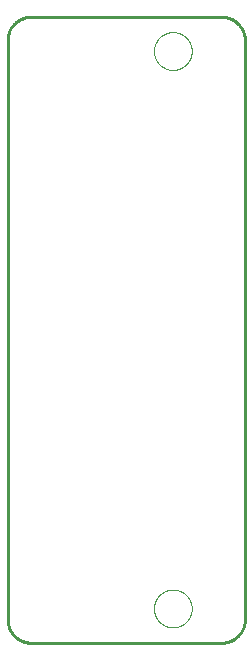
<source format=gbp>
G75*
%MOIN*%
%OFA0B0*%
%FSLAX25Y25*%
%IPPOS*%
%LPD*%
%AMOC8*
5,1,8,0,0,1.08239X$1,22.5*
%
%ADD10C,0.00000*%
%ADD11C,0.01000*%
D10*
X0060569Y0023167D02*
X0060571Y0023325D01*
X0060577Y0023483D01*
X0060587Y0023641D01*
X0060601Y0023799D01*
X0060619Y0023956D01*
X0060640Y0024113D01*
X0060666Y0024269D01*
X0060696Y0024425D01*
X0060729Y0024580D01*
X0060767Y0024733D01*
X0060808Y0024886D01*
X0060853Y0025038D01*
X0060902Y0025189D01*
X0060955Y0025338D01*
X0061011Y0025486D01*
X0061071Y0025632D01*
X0061135Y0025777D01*
X0061203Y0025920D01*
X0061274Y0026062D01*
X0061348Y0026202D01*
X0061426Y0026339D01*
X0061508Y0026475D01*
X0061592Y0026609D01*
X0061681Y0026740D01*
X0061772Y0026869D01*
X0061867Y0026996D01*
X0061964Y0027121D01*
X0062065Y0027243D01*
X0062169Y0027362D01*
X0062276Y0027479D01*
X0062386Y0027593D01*
X0062499Y0027704D01*
X0062614Y0027813D01*
X0062732Y0027918D01*
X0062853Y0028020D01*
X0062976Y0028120D01*
X0063102Y0028216D01*
X0063230Y0028309D01*
X0063360Y0028399D01*
X0063493Y0028485D01*
X0063628Y0028569D01*
X0063764Y0028648D01*
X0063903Y0028725D01*
X0064044Y0028797D01*
X0064186Y0028867D01*
X0064330Y0028932D01*
X0064476Y0028994D01*
X0064623Y0029052D01*
X0064772Y0029107D01*
X0064922Y0029158D01*
X0065073Y0029205D01*
X0065225Y0029248D01*
X0065378Y0029287D01*
X0065533Y0029323D01*
X0065688Y0029354D01*
X0065844Y0029382D01*
X0066000Y0029406D01*
X0066157Y0029426D01*
X0066315Y0029442D01*
X0066472Y0029454D01*
X0066631Y0029462D01*
X0066789Y0029466D01*
X0066947Y0029466D01*
X0067105Y0029462D01*
X0067264Y0029454D01*
X0067421Y0029442D01*
X0067579Y0029426D01*
X0067736Y0029406D01*
X0067892Y0029382D01*
X0068048Y0029354D01*
X0068203Y0029323D01*
X0068358Y0029287D01*
X0068511Y0029248D01*
X0068663Y0029205D01*
X0068814Y0029158D01*
X0068964Y0029107D01*
X0069113Y0029052D01*
X0069260Y0028994D01*
X0069406Y0028932D01*
X0069550Y0028867D01*
X0069692Y0028797D01*
X0069833Y0028725D01*
X0069972Y0028648D01*
X0070108Y0028569D01*
X0070243Y0028485D01*
X0070376Y0028399D01*
X0070506Y0028309D01*
X0070634Y0028216D01*
X0070760Y0028120D01*
X0070883Y0028020D01*
X0071004Y0027918D01*
X0071122Y0027813D01*
X0071237Y0027704D01*
X0071350Y0027593D01*
X0071460Y0027479D01*
X0071567Y0027362D01*
X0071671Y0027243D01*
X0071772Y0027121D01*
X0071869Y0026996D01*
X0071964Y0026869D01*
X0072055Y0026740D01*
X0072144Y0026609D01*
X0072228Y0026475D01*
X0072310Y0026339D01*
X0072388Y0026202D01*
X0072462Y0026062D01*
X0072533Y0025920D01*
X0072601Y0025777D01*
X0072665Y0025632D01*
X0072725Y0025486D01*
X0072781Y0025338D01*
X0072834Y0025189D01*
X0072883Y0025038D01*
X0072928Y0024886D01*
X0072969Y0024733D01*
X0073007Y0024580D01*
X0073040Y0024425D01*
X0073070Y0024269D01*
X0073096Y0024113D01*
X0073117Y0023956D01*
X0073135Y0023799D01*
X0073149Y0023641D01*
X0073159Y0023483D01*
X0073165Y0023325D01*
X0073167Y0023167D01*
X0073165Y0023009D01*
X0073159Y0022851D01*
X0073149Y0022693D01*
X0073135Y0022535D01*
X0073117Y0022378D01*
X0073096Y0022221D01*
X0073070Y0022065D01*
X0073040Y0021909D01*
X0073007Y0021754D01*
X0072969Y0021601D01*
X0072928Y0021448D01*
X0072883Y0021296D01*
X0072834Y0021145D01*
X0072781Y0020996D01*
X0072725Y0020848D01*
X0072665Y0020702D01*
X0072601Y0020557D01*
X0072533Y0020414D01*
X0072462Y0020272D01*
X0072388Y0020132D01*
X0072310Y0019995D01*
X0072228Y0019859D01*
X0072144Y0019725D01*
X0072055Y0019594D01*
X0071964Y0019465D01*
X0071869Y0019338D01*
X0071772Y0019213D01*
X0071671Y0019091D01*
X0071567Y0018972D01*
X0071460Y0018855D01*
X0071350Y0018741D01*
X0071237Y0018630D01*
X0071122Y0018521D01*
X0071004Y0018416D01*
X0070883Y0018314D01*
X0070760Y0018214D01*
X0070634Y0018118D01*
X0070506Y0018025D01*
X0070376Y0017935D01*
X0070243Y0017849D01*
X0070108Y0017765D01*
X0069972Y0017686D01*
X0069833Y0017609D01*
X0069692Y0017537D01*
X0069550Y0017467D01*
X0069406Y0017402D01*
X0069260Y0017340D01*
X0069113Y0017282D01*
X0068964Y0017227D01*
X0068814Y0017176D01*
X0068663Y0017129D01*
X0068511Y0017086D01*
X0068358Y0017047D01*
X0068203Y0017011D01*
X0068048Y0016980D01*
X0067892Y0016952D01*
X0067736Y0016928D01*
X0067579Y0016908D01*
X0067421Y0016892D01*
X0067264Y0016880D01*
X0067105Y0016872D01*
X0066947Y0016868D01*
X0066789Y0016868D01*
X0066631Y0016872D01*
X0066472Y0016880D01*
X0066315Y0016892D01*
X0066157Y0016908D01*
X0066000Y0016928D01*
X0065844Y0016952D01*
X0065688Y0016980D01*
X0065533Y0017011D01*
X0065378Y0017047D01*
X0065225Y0017086D01*
X0065073Y0017129D01*
X0064922Y0017176D01*
X0064772Y0017227D01*
X0064623Y0017282D01*
X0064476Y0017340D01*
X0064330Y0017402D01*
X0064186Y0017467D01*
X0064044Y0017537D01*
X0063903Y0017609D01*
X0063764Y0017686D01*
X0063628Y0017765D01*
X0063493Y0017849D01*
X0063360Y0017935D01*
X0063230Y0018025D01*
X0063102Y0018118D01*
X0062976Y0018214D01*
X0062853Y0018314D01*
X0062732Y0018416D01*
X0062614Y0018521D01*
X0062499Y0018630D01*
X0062386Y0018741D01*
X0062276Y0018855D01*
X0062169Y0018972D01*
X0062065Y0019091D01*
X0061964Y0019213D01*
X0061867Y0019338D01*
X0061772Y0019465D01*
X0061681Y0019594D01*
X0061592Y0019725D01*
X0061508Y0019859D01*
X0061426Y0019995D01*
X0061348Y0020132D01*
X0061274Y0020272D01*
X0061203Y0020414D01*
X0061135Y0020557D01*
X0061071Y0020702D01*
X0061011Y0020848D01*
X0060955Y0020996D01*
X0060902Y0021145D01*
X0060853Y0021296D01*
X0060808Y0021448D01*
X0060767Y0021601D01*
X0060729Y0021754D01*
X0060696Y0021909D01*
X0060666Y0022065D01*
X0060640Y0022221D01*
X0060619Y0022378D01*
X0060601Y0022535D01*
X0060587Y0022693D01*
X0060577Y0022851D01*
X0060571Y0023009D01*
X0060569Y0023167D01*
X0060569Y0208994D02*
X0060571Y0209152D01*
X0060577Y0209310D01*
X0060587Y0209468D01*
X0060601Y0209626D01*
X0060619Y0209783D01*
X0060640Y0209940D01*
X0060666Y0210096D01*
X0060696Y0210252D01*
X0060729Y0210407D01*
X0060767Y0210560D01*
X0060808Y0210713D01*
X0060853Y0210865D01*
X0060902Y0211016D01*
X0060955Y0211165D01*
X0061011Y0211313D01*
X0061071Y0211459D01*
X0061135Y0211604D01*
X0061203Y0211747D01*
X0061274Y0211889D01*
X0061348Y0212029D01*
X0061426Y0212166D01*
X0061508Y0212302D01*
X0061592Y0212436D01*
X0061681Y0212567D01*
X0061772Y0212696D01*
X0061867Y0212823D01*
X0061964Y0212948D01*
X0062065Y0213070D01*
X0062169Y0213189D01*
X0062276Y0213306D01*
X0062386Y0213420D01*
X0062499Y0213531D01*
X0062614Y0213640D01*
X0062732Y0213745D01*
X0062853Y0213847D01*
X0062976Y0213947D01*
X0063102Y0214043D01*
X0063230Y0214136D01*
X0063360Y0214226D01*
X0063493Y0214312D01*
X0063628Y0214396D01*
X0063764Y0214475D01*
X0063903Y0214552D01*
X0064044Y0214624D01*
X0064186Y0214694D01*
X0064330Y0214759D01*
X0064476Y0214821D01*
X0064623Y0214879D01*
X0064772Y0214934D01*
X0064922Y0214985D01*
X0065073Y0215032D01*
X0065225Y0215075D01*
X0065378Y0215114D01*
X0065533Y0215150D01*
X0065688Y0215181D01*
X0065844Y0215209D01*
X0066000Y0215233D01*
X0066157Y0215253D01*
X0066315Y0215269D01*
X0066472Y0215281D01*
X0066631Y0215289D01*
X0066789Y0215293D01*
X0066947Y0215293D01*
X0067105Y0215289D01*
X0067264Y0215281D01*
X0067421Y0215269D01*
X0067579Y0215253D01*
X0067736Y0215233D01*
X0067892Y0215209D01*
X0068048Y0215181D01*
X0068203Y0215150D01*
X0068358Y0215114D01*
X0068511Y0215075D01*
X0068663Y0215032D01*
X0068814Y0214985D01*
X0068964Y0214934D01*
X0069113Y0214879D01*
X0069260Y0214821D01*
X0069406Y0214759D01*
X0069550Y0214694D01*
X0069692Y0214624D01*
X0069833Y0214552D01*
X0069972Y0214475D01*
X0070108Y0214396D01*
X0070243Y0214312D01*
X0070376Y0214226D01*
X0070506Y0214136D01*
X0070634Y0214043D01*
X0070760Y0213947D01*
X0070883Y0213847D01*
X0071004Y0213745D01*
X0071122Y0213640D01*
X0071237Y0213531D01*
X0071350Y0213420D01*
X0071460Y0213306D01*
X0071567Y0213189D01*
X0071671Y0213070D01*
X0071772Y0212948D01*
X0071869Y0212823D01*
X0071964Y0212696D01*
X0072055Y0212567D01*
X0072144Y0212436D01*
X0072228Y0212302D01*
X0072310Y0212166D01*
X0072388Y0212029D01*
X0072462Y0211889D01*
X0072533Y0211747D01*
X0072601Y0211604D01*
X0072665Y0211459D01*
X0072725Y0211313D01*
X0072781Y0211165D01*
X0072834Y0211016D01*
X0072883Y0210865D01*
X0072928Y0210713D01*
X0072969Y0210560D01*
X0073007Y0210407D01*
X0073040Y0210252D01*
X0073070Y0210096D01*
X0073096Y0209940D01*
X0073117Y0209783D01*
X0073135Y0209626D01*
X0073149Y0209468D01*
X0073159Y0209310D01*
X0073165Y0209152D01*
X0073167Y0208994D01*
X0073165Y0208836D01*
X0073159Y0208678D01*
X0073149Y0208520D01*
X0073135Y0208362D01*
X0073117Y0208205D01*
X0073096Y0208048D01*
X0073070Y0207892D01*
X0073040Y0207736D01*
X0073007Y0207581D01*
X0072969Y0207428D01*
X0072928Y0207275D01*
X0072883Y0207123D01*
X0072834Y0206972D01*
X0072781Y0206823D01*
X0072725Y0206675D01*
X0072665Y0206529D01*
X0072601Y0206384D01*
X0072533Y0206241D01*
X0072462Y0206099D01*
X0072388Y0205959D01*
X0072310Y0205822D01*
X0072228Y0205686D01*
X0072144Y0205552D01*
X0072055Y0205421D01*
X0071964Y0205292D01*
X0071869Y0205165D01*
X0071772Y0205040D01*
X0071671Y0204918D01*
X0071567Y0204799D01*
X0071460Y0204682D01*
X0071350Y0204568D01*
X0071237Y0204457D01*
X0071122Y0204348D01*
X0071004Y0204243D01*
X0070883Y0204141D01*
X0070760Y0204041D01*
X0070634Y0203945D01*
X0070506Y0203852D01*
X0070376Y0203762D01*
X0070243Y0203676D01*
X0070108Y0203592D01*
X0069972Y0203513D01*
X0069833Y0203436D01*
X0069692Y0203364D01*
X0069550Y0203294D01*
X0069406Y0203229D01*
X0069260Y0203167D01*
X0069113Y0203109D01*
X0068964Y0203054D01*
X0068814Y0203003D01*
X0068663Y0202956D01*
X0068511Y0202913D01*
X0068358Y0202874D01*
X0068203Y0202838D01*
X0068048Y0202807D01*
X0067892Y0202779D01*
X0067736Y0202755D01*
X0067579Y0202735D01*
X0067421Y0202719D01*
X0067264Y0202707D01*
X0067105Y0202699D01*
X0066947Y0202695D01*
X0066789Y0202695D01*
X0066631Y0202699D01*
X0066472Y0202707D01*
X0066315Y0202719D01*
X0066157Y0202735D01*
X0066000Y0202755D01*
X0065844Y0202779D01*
X0065688Y0202807D01*
X0065533Y0202838D01*
X0065378Y0202874D01*
X0065225Y0202913D01*
X0065073Y0202956D01*
X0064922Y0203003D01*
X0064772Y0203054D01*
X0064623Y0203109D01*
X0064476Y0203167D01*
X0064330Y0203229D01*
X0064186Y0203294D01*
X0064044Y0203364D01*
X0063903Y0203436D01*
X0063764Y0203513D01*
X0063628Y0203592D01*
X0063493Y0203676D01*
X0063360Y0203762D01*
X0063230Y0203852D01*
X0063102Y0203945D01*
X0062976Y0204041D01*
X0062853Y0204141D01*
X0062732Y0204243D01*
X0062614Y0204348D01*
X0062499Y0204457D01*
X0062386Y0204568D01*
X0062276Y0204682D01*
X0062169Y0204799D01*
X0062065Y0204918D01*
X0061964Y0205040D01*
X0061867Y0205165D01*
X0061772Y0205292D01*
X0061681Y0205421D01*
X0061592Y0205552D01*
X0061508Y0205686D01*
X0061426Y0205822D01*
X0061348Y0205959D01*
X0061274Y0206099D01*
X0061203Y0206241D01*
X0061135Y0206384D01*
X0061071Y0206529D01*
X0061011Y0206675D01*
X0060955Y0206823D01*
X0060902Y0206972D01*
X0060853Y0207123D01*
X0060808Y0207275D01*
X0060767Y0207428D01*
X0060729Y0207581D01*
X0060696Y0207736D01*
X0060666Y0207892D01*
X0060640Y0208048D01*
X0060619Y0208205D01*
X0060601Y0208362D01*
X0060587Y0208520D01*
X0060577Y0208678D01*
X0060571Y0208836D01*
X0060569Y0208994D01*
D11*
X0011750Y0212537D02*
X0011750Y0019624D01*
X0011752Y0019434D01*
X0011759Y0019244D01*
X0011771Y0019054D01*
X0011787Y0018864D01*
X0011807Y0018675D01*
X0011833Y0018486D01*
X0011862Y0018298D01*
X0011897Y0018111D01*
X0011936Y0017925D01*
X0011979Y0017740D01*
X0012027Y0017555D01*
X0012079Y0017372D01*
X0012135Y0017191D01*
X0012196Y0017011D01*
X0012262Y0016832D01*
X0012331Y0016655D01*
X0012405Y0016479D01*
X0012483Y0016306D01*
X0012566Y0016134D01*
X0012652Y0015965D01*
X0012742Y0015797D01*
X0012837Y0015632D01*
X0012935Y0015469D01*
X0013038Y0015309D01*
X0013144Y0015151D01*
X0013254Y0014996D01*
X0013367Y0014843D01*
X0013485Y0014693D01*
X0013606Y0014547D01*
X0013730Y0014403D01*
X0013858Y0014262D01*
X0013989Y0014124D01*
X0014124Y0013989D01*
X0014262Y0013858D01*
X0014403Y0013730D01*
X0014547Y0013606D01*
X0014693Y0013485D01*
X0014843Y0013367D01*
X0014996Y0013254D01*
X0015151Y0013144D01*
X0015309Y0013038D01*
X0015469Y0012935D01*
X0015632Y0012837D01*
X0015797Y0012742D01*
X0015965Y0012652D01*
X0016134Y0012566D01*
X0016306Y0012483D01*
X0016479Y0012405D01*
X0016655Y0012331D01*
X0016832Y0012262D01*
X0017011Y0012196D01*
X0017191Y0012135D01*
X0017372Y0012079D01*
X0017555Y0012027D01*
X0017740Y0011979D01*
X0017925Y0011936D01*
X0018111Y0011897D01*
X0018298Y0011862D01*
X0018486Y0011833D01*
X0018675Y0011807D01*
X0018864Y0011787D01*
X0019054Y0011771D01*
X0019244Y0011759D01*
X0019434Y0011752D01*
X0019624Y0011750D01*
X0082990Y0011750D01*
X0083180Y0011752D01*
X0083370Y0011759D01*
X0083560Y0011771D01*
X0083750Y0011787D01*
X0083939Y0011807D01*
X0084128Y0011833D01*
X0084316Y0011862D01*
X0084503Y0011897D01*
X0084689Y0011936D01*
X0084874Y0011979D01*
X0085059Y0012027D01*
X0085242Y0012079D01*
X0085423Y0012135D01*
X0085603Y0012196D01*
X0085782Y0012262D01*
X0085959Y0012331D01*
X0086135Y0012405D01*
X0086308Y0012483D01*
X0086480Y0012566D01*
X0086649Y0012652D01*
X0086817Y0012742D01*
X0086982Y0012837D01*
X0087145Y0012935D01*
X0087305Y0013038D01*
X0087463Y0013144D01*
X0087618Y0013254D01*
X0087771Y0013367D01*
X0087921Y0013485D01*
X0088067Y0013606D01*
X0088211Y0013730D01*
X0088352Y0013858D01*
X0088490Y0013989D01*
X0088625Y0014124D01*
X0088756Y0014262D01*
X0088884Y0014403D01*
X0089008Y0014547D01*
X0089129Y0014693D01*
X0089247Y0014843D01*
X0089360Y0014996D01*
X0089470Y0015151D01*
X0089576Y0015309D01*
X0089679Y0015469D01*
X0089777Y0015632D01*
X0089872Y0015797D01*
X0089962Y0015965D01*
X0090048Y0016134D01*
X0090131Y0016306D01*
X0090209Y0016479D01*
X0090283Y0016655D01*
X0090352Y0016832D01*
X0090418Y0017011D01*
X0090479Y0017191D01*
X0090535Y0017372D01*
X0090587Y0017555D01*
X0090635Y0017740D01*
X0090678Y0017925D01*
X0090717Y0018111D01*
X0090752Y0018298D01*
X0090781Y0018486D01*
X0090807Y0018675D01*
X0090827Y0018864D01*
X0090843Y0019054D01*
X0090855Y0019244D01*
X0090862Y0019434D01*
X0090864Y0019624D01*
X0090864Y0212537D01*
X0090862Y0212727D01*
X0090855Y0212917D01*
X0090843Y0213107D01*
X0090827Y0213297D01*
X0090807Y0213486D01*
X0090781Y0213675D01*
X0090752Y0213863D01*
X0090717Y0214050D01*
X0090678Y0214236D01*
X0090635Y0214421D01*
X0090587Y0214606D01*
X0090535Y0214789D01*
X0090479Y0214970D01*
X0090418Y0215150D01*
X0090352Y0215329D01*
X0090283Y0215506D01*
X0090209Y0215682D01*
X0090131Y0215855D01*
X0090048Y0216027D01*
X0089962Y0216196D01*
X0089872Y0216364D01*
X0089777Y0216529D01*
X0089679Y0216692D01*
X0089576Y0216852D01*
X0089470Y0217010D01*
X0089360Y0217165D01*
X0089247Y0217318D01*
X0089129Y0217468D01*
X0089008Y0217614D01*
X0088884Y0217758D01*
X0088756Y0217899D01*
X0088625Y0218037D01*
X0088490Y0218172D01*
X0088352Y0218303D01*
X0088211Y0218431D01*
X0088067Y0218555D01*
X0087921Y0218676D01*
X0087771Y0218794D01*
X0087618Y0218907D01*
X0087463Y0219017D01*
X0087305Y0219123D01*
X0087145Y0219226D01*
X0086982Y0219324D01*
X0086817Y0219419D01*
X0086649Y0219509D01*
X0086480Y0219595D01*
X0086308Y0219678D01*
X0086135Y0219756D01*
X0085959Y0219830D01*
X0085782Y0219899D01*
X0085603Y0219965D01*
X0085423Y0220026D01*
X0085242Y0220082D01*
X0085059Y0220134D01*
X0084874Y0220182D01*
X0084689Y0220225D01*
X0084503Y0220264D01*
X0084316Y0220299D01*
X0084128Y0220328D01*
X0083939Y0220354D01*
X0083750Y0220374D01*
X0083560Y0220390D01*
X0083370Y0220402D01*
X0083180Y0220409D01*
X0082990Y0220411D01*
X0019624Y0220411D01*
X0019434Y0220409D01*
X0019244Y0220402D01*
X0019054Y0220390D01*
X0018864Y0220374D01*
X0018675Y0220354D01*
X0018486Y0220328D01*
X0018298Y0220299D01*
X0018111Y0220264D01*
X0017925Y0220225D01*
X0017740Y0220182D01*
X0017555Y0220134D01*
X0017372Y0220082D01*
X0017191Y0220026D01*
X0017011Y0219965D01*
X0016832Y0219899D01*
X0016655Y0219830D01*
X0016479Y0219756D01*
X0016306Y0219678D01*
X0016134Y0219595D01*
X0015965Y0219509D01*
X0015797Y0219419D01*
X0015632Y0219324D01*
X0015469Y0219226D01*
X0015309Y0219123D01*
X0015151Y0219017D01*
X0014996Y0218907D01*
X0014843Y0218794D01*
X0014693Y0218676D01*
X0014547Y0218555D01*
X0014403Y0218431D01*
X0014262Y0218303D01*
X0014124Y0218172D01*
X0013989Y0218037D01*
X0013858Y0217899D01*
X0013730Y0217758D01*
X0013606Y0217614D01*
X0013485Y0217468D01*
X0013367Y0217318D01*
X0013254Y0217165D01*
X0013144Y0217010D01*
X0013038Y0216852D01*
X0012935Y0216692D01*
X0012837Y0216529D01*
X0012742Y0216364D01*
X0012652Y0216196D01*
X0012566Y0216027D01*
X0012483Y0215855D01*
X0012405Y0215682D01*
X0012331Y0215506D01*
X0012262Y0215329D01*
X0012196Y0215150D01*
X0012135Y0214970D01*
X0012079Y0214789D01*
X0012027Y0214606D01*
X0011979Y0214421D01*
X0011936Y0214236D01*
X0011897Y0214050D01*
X0011862Y0213863D01*
X0011833Y0213675D01*
X0011807Y0213486D01*
X0011787Y0213297D01*
X0011771Y0213107D01*
X0011759Y0212917D01*
X0011752Y0212727D01*
X0011750Y0212537D01*
M02*

</source>
